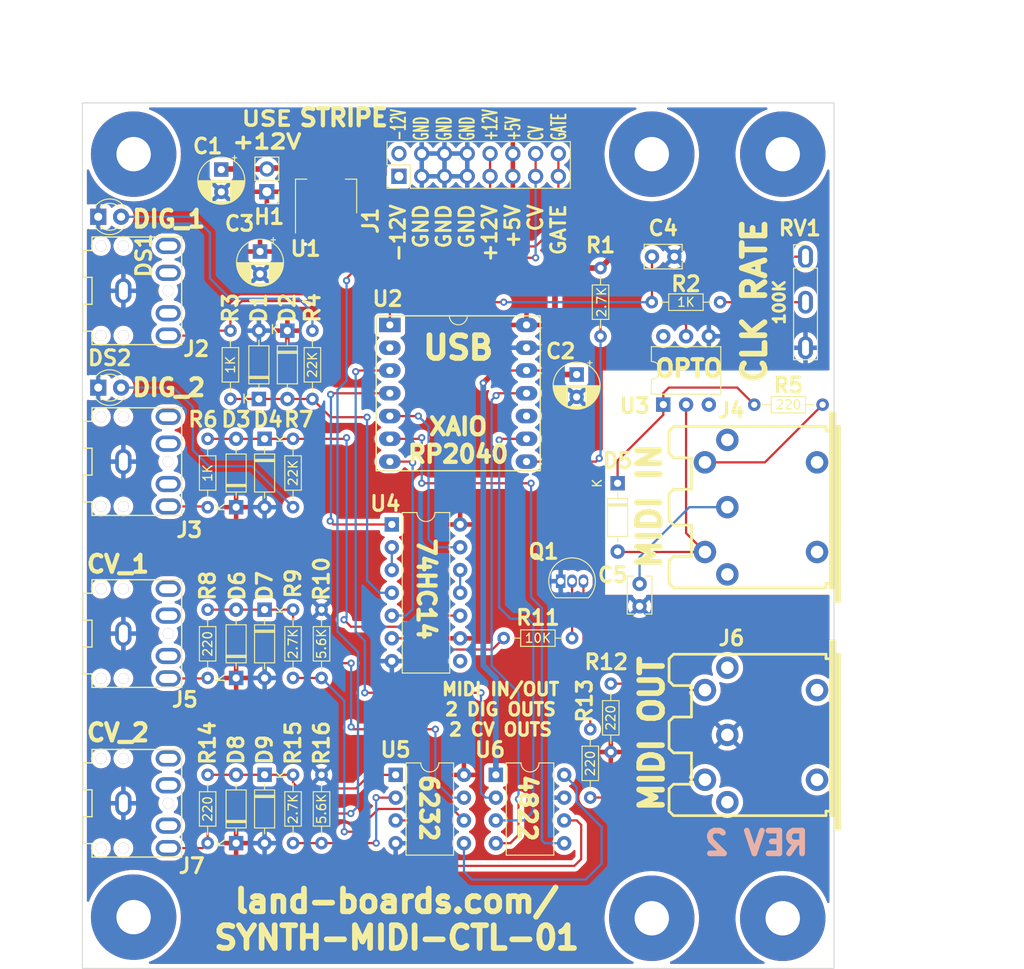
<source format=kicad_pcb>
(kicad_pcb (version 20211014) (generator pcbnew)
  (title_block (title "SYNTH MIDI COMTROLLER") (date "2022-10-11") (rev "2") (company "LAND BOARDS, LLC"))
  (layers (0 "F.Cu" signal) (31 "B.Cu" signal) (34 "B.Paste" user) (35 "F.Paste" user) (36 "B.SilkS" user "B.Silkscreen") (37 "F.SilkS" user "F.Silkscreen") (38 "B.Mask" user) (39 "F.Mask" user) (44 "Edge.Cuts" user))
  (net 0 "")
  (net 1 "Net-(D5-Pad1)")
  (net 2 "+3V3")
  (net 3 "+5V")
  (net 4 "/FREQ_POT")
  (net 6 "+12V")
  (net 7 "/GATE")
  (net 8 "Net-(C1-Pad1)")
  (net 13 "/RXD")
  (net 16 "/MIDI_IN")
  (net 17 "/CLK")
  (net 18 "Net-(D5-Pad2)")
  (net 19 "Net-(J6-Pad5)")
  (net 20 "Net-(Q1-Pad2)")
  (net 21 "Net-(Q1-Pad3)")
  (net 22 "Net-(DS1-Pad2)")
  (net 23 "Net-(J6-Pad4)")
  (net 24 "/GATE_I")
  (net 25 "/CLK_I")
  (net 26 "Net-(DS2-Pad2)")
  (net 28 "Net-(U5-Pad3)")
  (net 29 "Net-(R2-Pad1)")
  (net 30 "Net-(R10-Pad2)")
  (net 31 "Net-(R11-Pad2)")
  (net 33 "Net-(C5-Pad1)")
  (net 34 "/SPI_SS")
  (net 35 "/SPI_LDAC")
  (net 36 "/SPI_SCK")
  (net 39 "Net-(R15-Pad1)")
  (net 40 "Net-(D6-Pad2)")
  (net 41 "Net-(D8-Pad2)")
  (net 43 "Net-(U5-Pad5)")
  (net 46 "/SPI_MOSI")
  (net 48 "GND")
  (net 49 "/TXD")
  (net 50 "/DIG1")
  (net 51 "/DIG2")
  (net 52 "/CV1")
  (net 53 "/CV2")
  (net 54 "Net-(U4-Pad2)")
  (net 55 "Net-(U4-Pad11)")
  (footprint "Capacitor_THT:CP_Radial_D5.0mm_P2.50mm" (layer "F.Cu") (at 106.172 39.434888 -90)
    (fp_text reference "C3")
    (fp_text value "47uF")
  )
  (footprint "Diode_THT:D_DO-35_SOD27_P7.62mm_Horizontal" (layer "F.Cu") (at 106.68 60.325 -90)
    (fp_text reference "D4")
    (fp_text value "BAT41")
  )
  (footprint "Capacitor_THT:CP_Radial_D5.0mm_P2.50mm" (layer "F.Cu") (at 141.478 53.150888 -90)
    (fp_text reference "C2")
    (fp_text value "47uF")
  )
  (footprint "Diode_THT:D_DO-35_SOD27_P7.62mm_Horizontal" (layer "F.Cu") (at 106.68 97.79 -90)
    (fp_text reference "D9")
    (fp_text value "BAT41")
  )
  (footprint "LandBoards_MountHoles:MTG-6-32" (layer "F.Cu") (at 92.075 113.665)
    (fp_text reference "MTG2" hide)
    (fp_text value "MountingHole" hide)
  )
  (footprint "LandBoards_Conns:Pot3" (layer "F.Cu") (at 167.005 40.01)
    (fp_text reference "RV1")
    (fp_text value "100K")
  )
  (footprint "LandBoards_MountHoles:MTG-6-32" (layer "F.Cu") (at 164.465 28.575)
    (fp_text reference "MTG3" hide)
    (fp_text value "MountingHole" hide)
  )
  (footprint "LandBoards_MountHoles:MTG-6-32" (layer "F.Cu") (at 146.558 114.173)
    (fp_text reference "MTG6" hide)
    (fp_text value "MountingHole" hide)
  )
  (footprint "Resistor_THT:R_Axial_DIN0204_L3.6mm_D1.6mm_P7.62mm_Horizontal" (layer "F.Cu") (at 100.33 79.375 -90)
    (fp_text reference "R8")
    (fp_text value "220")
  )
  (footprint "Resistor_THT:R_Axial_DIN0204_L3.6mm_D1.6mm_P7.62mm_Horizontal" (layer "F.Cu") (at 100.33 60.325 -90)
    (fp_text reference "R6")
    (fp_text value "1K")
  )
  (footprint "Resistor_THT:R_Axial_DIN0204_L3.6mm_D1.6mm_P7.62mm_Horizontal" (layer "F.Cu") (at 168.91 56.515 180)
    (fp_text reference "R5")
    (fp_text value "220")
  )
  (footprint "Resistor_THT:R_Axial_DIN0204_L3.6mm_D1.6mm_P7.62mm_Horizontal" (layer "F.Cu") (at 109.855 105.41 90)
    (fp_text reference "R15")
    (fp_text value "2.7K")
  )
  (footprint "LandBoards_Conns:Jack_3.5mm_CUI_SJ1-3523N_Horizontal" (layer "F.Cu") (at 90.932 62.865 90)
    (fp_text reference "J3")
    (fp_text value "AudioJack3" hide)
  )
  (footprint "Package_DIP:DIP-6_W7.62mm" (layer "F.Cu") (at 151.145 56.505 90)
    (fp_text reference "U3")
    (fp_text value "CNY17-4X006")
  )
  (footprint "LandBoards_Conns:Jack_3.5mm_CUI_SJ1-3523N_Horizontal" (layer "F.Cu") (at 90.932 82.042 90)
    (fp_text reference "J5")
    (fp_text value "AudioJack3" hide)
  )
  (footprint "Diode_THT:D_DO-35_SOD27_P7.62mm_Horizontal" (layer "F.Cu") (at 103.505 86.995 90)
    (fp_text reference "D6")
    (fp_text value "BAT41")
  )
  (footprint "Package_DIP:DIP-8_W7.62mm" (layer "F.Cu") (at 132.471 97.8)
    (fp_text reference "U6")
    (fp_text value "MCP4822-E/P")
  )
  (footprint "Resistor_THT:R_Axial_DIN0204_L3.6mm_D1.6mm_P7.62mm_Horizontal" (layer "F.Cu") (at 109.855 86.995 90)
    (fp_text reference "R9")
    (fp_text value "2.7K")
  )
  (footprint "Diode_THT:D_DO-35_SOD27_P7.62mm_Horizontal" (layer "F.Cu") (at 146.05 65.278 -90)
    (fp_text reference "D5")
    (fp_text value "1N914")
  )
  (footprint "Resistor_THT:R_Axial_DIN0204_L3.6mm_D1.6mm_P7.62mm_Horizontal" (layer "F.Cu") (at 100.33 97.79 -90)
    (fp_text reference "R14")
    (fp_text value "220")
  )
  (footprint "Diode_THT:D_DO-35_SOD27_P7.62mm_Horizontal" (layer "F.Cu") (at 103.505 105.41 90)
    (fp_text reference "D8")
    (fp_text value "BAT41")
  )
  (footprint "Diode_THT:D_DO-35_SOD27_P7.62mm_Horizontal" (layer "F.Cu") (at 103.505 67.945 90)
    (fp_text reference "D3")
    (fp_text value "BAT41")
  )
  (footprint "Diode_THT:D_DO-35_SOD27_P7.62mm_Horizontal" (layer "F.Cu") (at 106.045 55.88 90)
    (fp_text reference "D1")
    (fp_text value "BAT41")
  )
  (footprint "Package_DIP:DIP-8_W7.62mm" (layer "F.Cu") (at 121.295 97.8)
    (fp_text reference "U5")
    (fp_text value "MCP6232")
  )
  (footprint "LandBoards_Conns:MIDI_DIN-5" (layer "F.Cu") (at 161.29 93.345 90)
    (fp_text reference "J6")
    (fp_text value "DIN-5" hide)
  )
  (footprint "Resistor_THT:R_Axial_DIN0204_L3.6mm_D1.6mm_P7.62mm_Horizontal" (layer "F.Cu") (at 113.03 79.375 -90)
    (fp_text reference "R10")
    (fp_text value "5.6K")
  )
  (footprint "Resistor_THT:R_Axial_DIN0204_L3.6mm_D1.6mm_P7.62mm_Horizontal" (layer "F.Cu") (at 102.87 55.88 90)
    (fp_text reference "R3")
    (fp_text value "1K")
  )
  (footprint "LandBoards_MountHoles:MTG-6-32" (layer "F.Cu") (at 147.574 28.194)
    (fp_text reference "MTG5" hide)
    (fp_text value "MountingHole" hide)
  )
  (footprint "Diode_THT:D_DO-35_SOD27_P7.62mm_Horizontal" (layer "F.Cu") (at 106.68 79.375 -90)
    (fp_text reference "D7")
    (fp_text value "BAT41")
  )
  (footprint "Connector_PinHeader_2.54mm:PinHeader_2x08_P2.54mm_Vertical" (layer "F.Cu") (at 121.666 31.05 90)
    (fp_text reference "J1")
    (fp_text value "HEADER, SHRD, 2X8")
  )
  (footprint "Resistor_THT:R_Axial_DIN0204_L3.6mm_D1.6mm_P7.62mm_Horizontal" (layer "F.Cu") (at 143.002 92.71 -90)
    (fp_text reference "R13")
    (fp_text value "220")
  )
  (footprint "Resistor_THT:R_Axial_DIN0204_L3.6mm_D1.6mm_P7.62mm_Horizontal" (layer "F.Cu") (at 157.48 45.085 180)
    (fp_text reference "R2")
    (fp_text value "1K")
  )
  (footprint "Package_TO_SOT_THT:TO-92_Inline" (layer "F.Cu") (at 139.7 76.2)
    (fp_text reference "Q1")
    (fp_text value "2N3904")
  )
  (footprint "LandBoards_BoardOutlines:QT_Py" (layer "F.Cu") (at 120.65 47.625)
    (fp_text reference "U2")
    (fp_text value "XIAO_RP2040")
  )
  (footprint "Diode_THT:D_DO-35_SOD27_P7.62mm_Horizontal" (layer "F.Cu") (at 109.22 48.26 -90)
    (fp_text reference "D2")
    (fp_text value "BAT41")
  )
  (footprint "Connector_PinHeader_2.54mm:PinHeader_1x02_P2.54mm_Vertical" (layer "F.Cu") (at 106.934 32.771 180)
    (fp_text reference "H1")
    (fp_text value "HEADER, 1x2")
  )
  (footprint "LandBoards_MountHoles:MTG-6-32" (layer "F.Cu") (at 164.465 113.665)
    (fp_text reference "MTG4" hide)
    (fp_text value "MountingHole" hide)
  )
  (footprint "LandBoards_MountHoles:MTG-6-32" (layer "F.Cu") (at 92.075 28.575)
    (fp_text reference "MTG1" hide)
    (fp_text value "MountingHole" hide)
  )
  (footprint "Resistor_THT:R_Axial_DIN0204_L3.6mm_D1.6mm_P7.62mm_Horizontal" (layer "F.Cu") (at 113.03 97.79 -90)
    (fp_text reference "R16")
    (fp_text value "5.6K")
  )
  (footprint "Resistor_THT:R_Axial_DIN0204_L3.6mm_D1.6mm_P7.62mm_Horizontal" (layer "F.Cu") (at 144.145 48.895 90)
    (fp_text reference "R1")
    (fp_text value "2.7K")
  )
  (footprint "Resistor_THT:R_Axial_DIN0204_L3.6mm_D1.6mm_P7.62mm_Horizontal" (layer "F.Cu") (at 112.014 48.26 -90)
    (fp_text reference "R4")
    (fp_text value "22K")
  )
  (footprint "Resistor_THT:R_Axial_DIN0204_L3.6mm_D1.6mm_P7.62mm_Horizontal" (layer "F.Cu") (at 109.855 67.945 90)
    (fp_text reference "R7")
    (fp_text value "22K")
  )
  (footprint "Capacitor_THT:C_Rect_L4.0mm_W2.5mm_P2.50mm" (layer "F.Cu") (at 148.500008 76.499999 -90)
    (fp_text reference "C5")
    (fp_text value "0.1uF")
  )
  (footprint "LandBoards_Conns:MIDI_DIN-5" (layer "F.Cu") (at 161.29 67.945 90)
    (fp_text reference "J4")
    (fp_text value "DIN-5" hide)
  )
  (footprint "Resistor_THT:R_Axial_DIN0204_L3.6mm_D1.6mm_P7.62mm_Horizontal" (layer "F.Cu") (at 145.288 87.63 -90)
    (fp_text reference "R12")
    (fp_text value "220")
  )
  (footprint "LED_THT:LED_D3.0mm" (layer "F.Cu") (at 88.133 35.56)
    (fp_text reference "DS1")
    (fp_text value "LED, 3mm")
  )
  (footprint "LandBoards_Conns:Jack_3.5mm_CUI_SJ1-3523N_Horizontal" (layer "F.Cu") (at 90.932 43.815 90)
    (fp_text reference "J2")
    (fp_text value "AudioJack3" hide)
  )
  (footprint "Capacitor_THT:CP_Radial_D5.0mm_P2.50mm" (layer "F.Cu") (at 101.854 30.290888 -90)
    (fp_text reference "C1")
    (fp_text value "47uF")
  )
  (footprint "LandBoards_Conns:Jack_3.5mm_CUI_SJ1-3523N_Horizontal" (layer "F.Cu") (at 90.932 100.965 90)
    (fp_text reference "J7")
    (fp_text value "AudioJack3" hide)
  )
  (footprint "LED_THT:LED_D3.0mm" (layer "F.Cu") (at 88.133 54.61)
    (fp_text reference "DS2")
    (fp_text value "LED, 3mm")
  )
  (footprint "Package_DIP:DIP-14_W7.62mm" (layer "F.Cu") (at 120.87 69.875)
    (fp_text reference "U4")
    (fp_text value "74HC14")
  )
  (footprint "Resistor_THT:R_Axial_DIN0204_L3.6mm_D1.6mm_P7.62mm_Horizontal" (layer "F.Cu") (at 140.97 82.55 180)
    (fp_text reference "R11")
    (fp_text value "10K")
  )
  (footprint "Package_TO_SOT_SMD:SOT-223" (layer "F.Cu") (at 113.538 33.274 90)
    (fp_text reference "U1")
    (fp_text value "AZ1117H-5")
  )
  (footprint "Capacitor_THT:C_Rect_L4.0mm_W2.5mm_P2.50mm" (layer "F.Cu") (at 149.88 40.005)
    (fp_text reference "C4")
    (fp_text value "220pF")
  )
  (gr_rect (start 86.36 22.86) (end 170.18 119.38) (layer "Edge.Cuts") (width 0.1) (fill none))
  (gr_text "REV 2" (at 161.544 105.41) (layer "B.SilkS") (effects (font (size 2.54 2.54) (thickness 0.635)) (justify mirror)))
  (gr_text "XAIO\nRP2040" (at 128.27 60.5) (layer "F.SilkS") (effects (font (size 1.905 1.905) (thickness 0.47625))))
  (gr_text "STRIPE" (at 115.5 24.5) (layer "F.SilkS") (effects (font (size 1.905 1.905) (thickness 0.47625))))
  (gr_text "CV_1" (at 86.614 74.295) (layer "F.SilkS") (effects (font (size 1.8796 1.905) (thickness 0.4699)) (justify left)))
  (gr_text "6232" (at 125.000004 101.5 270) (layer "F.SilkS") (effects (font (size 1.905 1.905) (thickness 0.47625))))
  (gr_text "DIG_1" (at 91.694 35.814) (layer "F.SilkS") (effects (font (size 1.8796 1.905) (thickness 0.4699)) (justify left)))
  (gr_text "74HC14" (at 124.714 77.089 270) (layer "F.SilkS") (effects (font (size 1.905 1.905) (thickness 0.47625))))
  (gr_text "land-boards.com/\nSYNTH-MIDI-CTL-01" (at 121.412 113.919) (layer "F.SilkS") (effects (font (size 2.54 2.54) (thickness 0.635))))
  (gr_text "-12V\nGND\nGND\nGND\n+12V\n+5V\nCV\nGATE" (at 130.499993 34 90) (layer "F.SilkS") (effects (font (size 1.5875 1.5875) (thickness 0.3175)) (justify right)))
  (gr_text "-12V\nGND\nGND\nGND\n+12V\n+5V\nCV\nGATE" (at 130.556 27.18 90) (layer "F.SilkS") (effects (font (size 1.5875 0.8636) (thickness 0.2159)) (justify left)))
  (gr_text "MIDI OUT" (at 149.86 93.218 90) (layer "F.SilkS") (effects (font (size 2.54 2.54) (thickness 0.635))))
  (gr_text "CV_2" (at 86.614 93.091) (layer "F.SilkS") (effects (font (size 1.905 1.905) (thickness 0.47625)) (justify left)))
  (gr_text "USB" (at 128.27 50.165) (layer "F.SilkS") (effects (font (size 2.54 2.54) (thickness 0.635))))
  (gr_text "OPTO" (at 153.999997 52.499997) (layer "F.SilkS") (effects (font (size 1.905 1.905) (thickness 0.47625))))
  (gr_text "CLK RATE" (at 161.29 44.958 90) (layer "F.SilkS") (effects (font (size 2.54 2.54) (thickness 0.635))))
  (gr_text "MIDI IN/OUT\n2 DIG OUTS\n2 CV OUTS" (at 133 90.5) (layer "F.SilkS") (effects (font (size 1.397 1.397) (thickness 0.34925))))
  (gr_text "DIG_2" (at 91.694 54.61) (layer "F.SilkS") (effects (font (size 1.8796 1.905) (thickness 0.4699)) (justify left)))
  (gr_text "MIDI IN" (at 149.606 67.818 90) (layer "F.SilkS") (effects (font (size 2.54 2.54) (thickness 0.635))))
  (gr_text "4822" (at 136.000008 101.499987 270) (layer "F.SilkS") (effects (font (size 1.905 1.905) (thickness 0.47625))))
  (gr_text "USE\n+12V" (at 106.934 25.908) (layer "F.SilkS") (effects (font (size 1.5875 1.905) (thickness 0.381))))
  (segment (start 159.385 54.61) (end 151.765 54.61) (width 0.25) (layer "F.Cu") (net 1))
  (segment (start 151.145 56.505) (end 151.145 57.643) (width 0.25) (layer "F.Cu") (net 1))
  (segment (start 151.145 55.23) (end 151.145 56.505) (width 0.25) (layer "F.Cu") (net 1))
  (segment (start 151.145 57.643) (end 146.05 62.738) (width 0.25) (layer "F.Cu") (net 1))
  (segment (start 146.05 62.738) (end 146.05 65.278) (width 0.25) (layer "F.Cu") (net 1))
  (segment (start 151.765 54.61) (end 151.145 55.23) (width 0.25) (layer "F.Cu") (net 1))
  (segment (start 161.29 56.515) (end 159.385 54.61) (width 0.25) (layer "F.Cu") (net 1))
  (segment (start 139.065 43.18) (end 139.065 53.086) (width 0.635) (layer "F.Cu") (net 2))
  (segment (start 133.731 52.705) (end 135.89 52.705) (width 0.25) (layer "F.Cu") (net 2))
  (segment (start 160.274 36.83) (end 163.454 40.01) (width 0.635) (layer "F.Cu") (net 2))
  (segment (start 131.064 54.102) (end 132.461 52.705) (width 0.635) (layer "F.Cu") (net 2))
  (segment (start 138.240888 53.150888) (end 141.478 53.150888) (width 0.635) (layer "F.Cu") (net 2))
  (segment (start 135.89 52.705) (end 137.795 52.705) (width 0.25) (layer "F.Cu") (net 2))
  (segment (start 138.240888 53.150888) (end 137.795 52.705) (width 0.635) (layer "F.Cu") (net 2))
  (segment (start 148.59 36.83) (end 160.274 36.83) (width 0.635) (layer "F.Cu") (net 2))
  (segment (start 163.454 40.01) (end 167.005 40.01) (width 0.25) (layer "F.Cu") (net 2))
  (segment (start 140.97 41.275) (end 144.145 41.275) (width 0.635) (layer "F.Cu") (net 2))
  (segment (start 139.065 43.18) (end 140.97 41.275) (width 0.635) (layer "F.Cu") (net 2))
  (segment (start 144.145 41.275) (end 148.59 36.83) (width 0.635) (layer "F.Cu") (net 2))
  (segment (start 132.461 52.705) (end 133.731 52.705) (width 0.635) (layer "F.Cu") (net 2))
  (via (at 131.064 54.102) (size 0.8) (drill 0.4) (layers "F.Cu" "B.Cu") (net 2))
  (segment (start 131.064 54.102) (end 131.064 85.598) (width 0.635) (layer "B.Cu") (net 2))
  (segment (start 132.471 87.005) (end 131.064 85.598) (width 0.635) (layer "B.Cu") (net 2))
  (segment (start 132.471 87.005) (end 132.471 97.8) (width 0.635) (layer "B.Cu") (net 2))
  (segment (start 120.65 45.72) (end 120.65 47.625) (width 0.25) (layer "F.Cu") (net 4))
  (segment (start 121.285 45.085) (end 120.65 45.72) (width 0.25) (layer "F.Cu") (net 4))
  (segment (start 133.35 45.085) (end 121.285 45.085) (width 0.25) (layer "F.Cu") (net 4))
  (segment (start 149.88 40.005) (end 149.88 45.065) (width 0.25) (layer "F.Cu") (net 4))
  (via (at 133.35 45.085) (size 0.8) (drill 0.4) (layers "F.Cu" "B.Cu") (net 4))
  (segment (start 149.86 45.085) (end 133.35 45.085) (width 0.25) (layer "B.Cu") (net 4))
  (segment (start 115.838 36.424) (end 128.93 36.424) (width 0.635) (layer "F.Cu") (net 6))
  (segment (start 128.93 36.424) (end 131.826 33.528) (width 0.635) (layer "F.Cu") (net 6))
  (segment (start 131.826 33.528) (end 131.826 31.05) (width 0.254) (layer "F.Cu") (net 6))
  (segment (start 131.826 31.05) (end 131.826 28.51) (width 0.254) (layer "F.Cu") (net 6))
  (segment (start 114.046 55.372) (end 114.173 55.245) (width 0.25) (layer "F.Cu") (net 7))
  (segment (start 114.173 55.245) (end 120.65 55.245) (width 0.25) (layer "F.Cu") (net 7))
  (segment (start 114.375 69.875) (end 114 69.5) (width 0.25) (layer "F.Cu") (net 7))
  (segment (start 120.87 69.875) (end 114.375 69.875) (width 0.25) (layer "F.Cu") (net 7))
  (via (at 114.046 55.372) (size 0.8) (drill 0.4) (layers "F.Cu" "B.Cu") (net 7))
  (via (at 114 69.5) (size 0.8) (drill 0.4) (layers "F.Cu" "B.Cu") (net 7))
  (segment (start 114.0815 55.4075) (end 114.0815 69.4185) (width 0.25) (layer "B.Cu") (net 7))
  (segment (start 114.0815 69.4185) (end 114 69.5) (width 0.25) (layer "B.Cu") (net 7))
  (segment (start 114.0815 55.4075) (end 114.046 55.372) (width 0.25) (layer "B.Cu") (net 7))
  (segment (start 106.934 30.231) (end 101.913888 30.231) (width 0.635) (layer "F.Cu") (net 8))
  (segment (start 113.538 36.424) (end 113.538 30.124) (width 0.635) (layer "F.Cu") (net 8))
  (segment (start 113.538 30.124) (end 107.041 30.124) (width 0.635) (layer "F.Cu") (net 8))
  (segment (start 153.685 47.64) (end 153.035 46.99) (width 0.25) (layer "F.Cu") (net 13))
  (segment (start 144 62.5) (end 143.635 62.865) (width 0.25) (layer "F.Cu") (net 13))
  (segment (start 144.78 46.99) (end 144.145 47.625) (width 0.25) (layer "F.Cu") (net 13))
  (segment (start 135.89 62.865) (end 143.635 62.865) (width 0.25) (layer "F.Cu") (net 13))
  (segment (start 153.035 46.99) (end 144.78 46.99) (width 0.25) (layer "F.Cu") (net 13))
  (segment (start 153.685 48.885) (end 153.685 47.64) (width 0.25) (layer "F.Cu") (net 13))
  (segment (start 144.145 47.625) (end 144.145 48.895) (width 0.25) (layer "F.Cu") (net 13))
  (via (at 144 62.5) (size 0.8) (drill 0.4) (layers "F.Cu" "B.Cu") (net 13))
  (segment (start 144.145 62.355) (end 144 62.5) (width 0.25) (layer "B.Cu") (net 13))
  (segment (start 144.145 48.895) (end 144.145 62.355) (width 0.25) (layer "B.Cu") (net 13))
  (segment (start 155.79 62.945) (end 162.48 62.945) (width 0.25) (layer "F.Cu") (net 16))
  (segment (start 162.48 62.945) (end 168.91 56.515) (width 0.25) (layer "F.Cu") (net 16))
  (segment (start 120.65 57.785) (end 123.825 57.785) (width 0.25) (layer "F.Cu") (net 17))
  (via (at 123.825 57.785) (size 0.8) (drill 0.4) (layers "F.Cu" "B.Cu") (net 17))
  (segment (start 128.49 72.415) (end 125.851 72.415) (width 0.25) (layer "B.Cu") (net 17))
  (segment (start 125.851 72.415) (end 124.968 71.532) (width 0.25) (layer "B.Cu") (net 17))
  (segment (start 124.968 58.928) (end 124.968 71.532) (width 0.25) (layer "B.Cu") (net 17))
  (segment (start 123.825 57.785) (end 124.968 58.928) (width 0.25) (layer "B.Cu") (net 17))
  (segment (start 153.685 70.84) (end 155.79 72.945) (width 0.25) (layer "F.Cu") (net 18))
  (segment (start 153.685 56.505) (end 153.685 70.84) (width 0.25) (layer "F.Cu") (net 18))
  (segment (start 155.79 72.945) (end 146.097 72.945) (width 0.25) (layer "F.Cu") (net 18))
  (segment (start 150.575 98.345) (end 148.59 100.33) (width 0.25) (layer "F.Cu") (net 19))
  (segment (start 155.79 98.345) (end 150.575 98.345) (width 0.25) (layer "F.Cu") (net 19))
  (segment (start 143.002 100.33) (end 148.59 100.33) (width 0.25) (layer "F.Cu") (net 19))
  (segment (start 140.97 82.55) (end 140.97 76.2) (width 0.25) (layer "F.Cu") (net 20))
  (segment (start 143.002 90.932) (end 142.24 90.17) (width 0.25) (layer "F.Cu") (net 21))
  (segment (start 142.24 76.2) (end 142.24 90.17) (width 0.25) (layer "F.Cu") (net 21))
  (segment (start 143.002 92.71) (end 143.002 90.932) (width 0.25) (layer "F.Cu") (net 21))
  (segment (start 100.584 37.338) (end 98.806 35.56) (width 0.25) (layer "B.Cu") (net 22))
  (segment (start 102.87 44.704) (end 100.584 42.418) (width 0.25) (layer "B.Cu") (net 22))
  (segment (start 102.87 44.704) (end 110.49 44.704) (width 0.25) (layer "B.Cu") (net 22))
  (segment (start 112.014 48.26) (end 112.014 46.228) (width 0.25) (layer "B.Cu") (net 22))
  (segment (start 98.806 35.56) (end 90.673 35.56) (width 0.25) (layer "B.Cu") (net 22))
  (segment (start 112.014 46.228) (end 110.49 44.704) (width 0.25) (layer "B.Cu") (net 22))
  (segment (start 100.584 42.418) (end 100.584 37.338) (width 0.25) (layer "B.Cu") (net 22))
  (segment (start 144.78 87.63) (end 148.684 87.63) (width 0.25) (layer "F.Cu") (net 23))
  (segment (start 155.79 88.345) (end 149.399 88.345) (width 0.25) (layer "F.Cu") (net 23))
  (segment (start 148.684 87.63) (end 149.399 88.345) (width 0.25) (layer "F.Cu") (net 23))
  (segment (start 114.046 57.912) (end 112.014 55.88) (width 0.25) (layer "F.Cu") (net 24))
  (segment (start 106.045 55.88) (end 109.22 55.88) (width 0.25) (layer "F.Cu") (net 24))
  (segment (start 102.87 55.88) (end 106.045 55.88) (width 0.25) (layer "F.Cu") (net 24))
  (segment (start 109.22 55.88) (end 112.014 55.88) (width 0.25) (layer "F.Cu") (net 24))
  (segment (start 118.11 57.912) (end 114.046 57.912) (width 0.25) (layer "F.Cu") (net 24))
  (via (at 118.11 57.912) (size 0.8) (drill 0.4) (layers "F.Cu" "B.Cu") (net 24))
  (segment (start 118.11 76.11) (end 119.495 77.495) (width 0.25) (layer "B.Cu") (net 24))
  (segment (start 119.495 77.495) (end 120.87 77.495) (width 0.25) (layer "B.Cu") (net 24))
  (segment (start 118.11 57.912) (end 118.11 76.11) (width 0.25) (layer "B.Cu") (net 24))
  (segment (start 103.505 60.325) (end 115.697 60.325) (width 0.25) (layer "F.Cu") (net 25))
  (segment (start 115.697 60.325) (end 115.824 60.198) (width 0.25) (layer "F.Cu") (net 25))
  (segment (start 100.33 60.325) (end 103.505 60.325) (width 0.25) (layer "F.Cu") (net 25))
  (segment (start 116.3145 81.28) (end 115.5345 80.5) (width 0.25) (layer "F.Cu") (net 25))
  (segment (start 123.063 81.28) (end 116.3145 81.28) (width 0.25) (layer "F.Cu") (net 25))
  (segment (start 128.49 80.035) (end 124.308 80.035) (width 0.25) (layer "F.Cu") (net 25))
  (segment (start 124.308 80.035) (end 123.063 81.28) (width 0.25) (layer "F.Cu") (net 25))
  (via (at 115.824 60.198) (size 0.8) (drill 0.4) (layers "F.Cu" "B.Cu") (net 25))
  (via (at 115.5345 80.5) (size 0.8) (drill 0.4) (layers "F.Cu" "B.Cu") (net 25))
  (segment (start 115.824 80.2105) (end 115.824 60.198) (width 0.25) (layer "B.Cu") (net 25))
  (segment (start 115.5345 80.5) (end 115.824 80.2105) (width 0.25) (layer "B.Cu") (net 25))
  (segment (start 98.679 61.595) (end 100.457 63.373) (width 0.25) (layer "B.Cu") (net 26))
  (segment (start 98.679 56.769) (end 98.679 61.595) (width 0.25) (layer "B.Cu") (net 26))
  (segment (start 100.457 63.373) (end 105.283 63.373) (width 0.25) (layer "B.Cu") (net 26))
  (segment (start 90.673 54.61) (end 96.52 54.61) (width 0.25) (layer "B.Cu") (net 26))
  (segment (start 105.283 63.373) (end 109.855 67.945) (width 0.25) (layer "B.Cu") (net 26))
  (segment (start 96.52 54.61) (end 98.679 56.769) (width 0.25) (layer "B.Cu") (net 26))
  (segment (start 124.714 107.95) (end 141.224 107.95) (width 0.25) (layer "F.Cu") (net 28))
  (segment (start 141.986 103.378) (end 141.986 107.188) (width 0.25) (layer "F.Cu") (net 28))
  (segment (start 141.488 102.88) (end 141.986 103.378) (width 0.25) (layer "F.Cu") (net 28))
  (segment (start 123.698 106.934) (end 124.714 107.95) (width 0.25) (layer "F.Cu") (net 28))
  (segment (start 121.295 102.88) (end 122.946 102.88) (width 0.25) (layer "F.Cu") (net 28))
  (segment (start 140.091 102.88) (end 141.488 102.88) (width 0.25) (layer "F.Cu") (net 28))
  (segment (start 141.986 107.188) (end 141.224 107.95) (width 0.25) (layer "F.Cu") (net 28))
  (segment (start 123.698 103.632) (end 123.698 106.934) (width 0.25) (layer "F.Cu") (net 28))
  (segment (start 122.946 102.88) (end 123.698 103.632) (width 0.25) (layer "F.Cu") (net 28))
  (segment (start 157.48 45.085) (end 167 45.085) (width 0.25) (layer "F.Cu") (net 29))
  (segment (start 127.635 101.6) (end 119.38 101.6) (width 0.25) (layer "F.Cu") (net 30))
  (segment (start 109.855 86.995) (end 113.03 86.995) (width 0.25) (layer "F.Cu") (net 30))
  (segment (start 116.84 104.14) (end 115.57 104.14) (width 0.25) (layer "F.Cu") (net 30))
  (segment (start 128.915 102.88) (end 127.635 101.6) (width 0.25) (layer "F.Cu") (net 30))
  (segment (start 119.38 101.6) (end 116.84 104.14) (width 0.25) (layer "F.Cu") (net 30))
  (via (at 115.57 104.14) (size 0.8) (drill 0.4) (layers "F.Cu" "B.Cu") (net 30))
  (segment (start 115.57 89.535) (end 113.03 86.995) (width 0.25) (layer "B.Cu") (net 30))
  (segment (start 115.57 104.14) (end 115.57 89.535) (width 0.25) (layer "B.Cu") (net 30))
  (segment (start 132.08 83.82) (end 133.35 82.55) (width 0.25) (layer "F.Cu") (net 31))
  (segment (start 122.326 82.575) (end 123.571 83.82) (width 0.25) (layer "F.Cu") (net 31))
  (segment (start 120.87 82.575) (end 122.326 82.575) (width 0.25) (layer "F.Cu") (net 31))
  (segment (start 123.571 83.82) (end 132.08 83.82) (width 0.25) (layer "F.Cu") (net 31))
  (segment (start 148.5 73.5) (end 154.055 67.945) (width 0.25) (layer "B.Cu") (net 33))
  (segment (start 154.055 67.945) (end 158.29 67.945) (width 0.25) (layer "B.Cu") (net 33))
  (segment (start 148.5 76.5) (end 148.5 73.5) (width 0.25) (layer "B.Cu") (net 33))
  (segment (start 120.65 52.705) (end 116.967 52.705) (width 0.25) (layer "F.Cu") (net 34))
  (segment (start 116.967 52.705) (end 116.84 52.832) (width 0.25) (layer "F.Cu") (net 34))
  (segment (start 130.81 88.646) (end 117.856 88.646) (width 0.25) (layer "F.Cu") (net 34))
  (via (at 117.856 88.646) (size 0.8) (drill 0.4) (layers "F.Cu" "B.Cu") (net 34))
  (via (at 116.84 52.832) (size 0.8) (drill 0.4) (layers "F.Cu" "B.Cu") (net 34))
  (via (at 130.81 88.646) (size 0.8) (drill 0.4) (layers "F.Cu" "B.Cu") (net 34))
  (segment (start 116.84 52.832) (end 116.84 81.84) (width 0.25) (layer "B.Cu") (net 34))
  (segment (start 117.856 82.856) (end 117.856 88.646) (width 0.25) (layer "B.Cu") (net 34))
  (segment (start 116.84 81.84) (end 117.856 82.856) (width 0.25) (layer "B.Cu") (net 34))
  (segment (start 131.328 100.34) (end 132.471 100.34) (width 0.25) (layer "B.Cu") (net 34))
  (segment (start 130.81 99.822) (end 131.328 100.34) (width 0.25) (layer "B.Cu") (net 34))
  (segment (start 130.81 99.822) (end 130.81 88.646) (width 0.25) (layer "B.Cu") (net 34))
  (segment (start 124.079 60.325) (end 124.206 60.198) (width 0.25) (layer "F.Cu") (net 35))
  (segment (start 120.65 60.325) (end 124.079 60.325) (width 0.25) (layer "F.Cu") (net 35))
  (segment (start 124.206 65.278) (end 136.398 65.278) (width 0.25) (layer "F.Cu") (net 35))
  (via (at 124.206 60.198) (size 0.8) (drill 0.4) (layers "F.Cu" "B.Cu") (net 35))
  (via (at 136.398 65.278) (size 0.8) (drill 0.4) (layers "F.Cu" "B.Cu") (net 35))
  (via (at 124.206 65.278) (size 0.8) (drill 0.4) (layers "F.Cu" "B.Cu") (net 35))
  (segment (start 136.398 77.978) (end 137.60952 79.18952) (width 0.25) (layer "B.Cu") (net 35))
  (segment (start 136.398 65.278) (end 136.398 77.978) (width 0.25) (layer "B.Cu") (net 35))
  (segment (start 137.60952 105.09752) (end 137.60952 79.18952) (width 0.25) (layer "B.Cu") (net 35))
  (segment (start 140.091 105.42) (end 137.932 105.42) (width 0.25) (layer "B.Cu") (net 35))
  (segment (start 137.932 105.42) (end 137.60952 105.09752) (width 0.25) (layer "B.Cu") (net 35))
  (segment (start 124.206 60.198) (end 124.206 65.278) (width 0.25) (layer "B.Cu") (net 35))
  (segment (start 132.969 60.325) (end 135.89 60.325) (width 0.25) (layer "F.Cu") (net 36))
  (segment (start 132.842 60.452) (end 132.969 60.325) (width 0.25) (layer "F.Cu") (net 36))
  (via (at 132.842 60.452) (size 0.8) (drill 0.4) (layers "F.Cu" "B.Cu") (net 36))
  (segment (start 132.842 60.452) (end 132.842 79.121) (width 0.25) (layer "B.Cu") (net 36))
  (segment (start 136.017 80.391) (end 136.651989 81.025989) (width 0.25) (layer "B.Cu") (net 36))
  (segment (start 134.112 80.391) (end 136.017 80.391) (width 0.25) (layer "B.Cu") (net 36))
  (segment (start 136.651989 101.854011) (end 135.626 102.88) (width 0.25) (layer "B.Cu") (net 36))
  (segment (start 135.626 102.88) (end 132.471 102.88) (width 0.25) (layer "B.Cu") (net 36))
  (segment (start 132.842 79.121) (end 134.112 80.391) (width 0.25) (layer "B.Cu") (net 36))
  (segment (start 136.651989 81.025989) (end 136.651989 101.854011) (width 0.25) (layer "B.Cu") (net 36))
  (segment (start 121.295 100.34) (end 119.116 100.34) (width 0.25) (layer "F.Cu") (net 39))
  (segment (start 109.855 105.41) (end 113.03 105.41) (width 0.25) (layer "F.Cu") (net 39))
  (segment (start 113.03 105.41) (end 119.126 105.41) (width 0.25) (layer "F.Cu") (net 39))
  (via (at 119.126 105.41) (size 0.8) (drill 0.4) (layers "F.Cu" "B.Cu") (net 39))
  (via (at 119.116 100.34) (size 0.8) (drill 0.4) (layers "F.Cu" "B.Cu") (net 39))
  (segment (start 119.126 105.41) (end 119.126 100.35) (width 0.25) (layer "B.Cu") (net 39))
  (segment (start 119.126 100.35) (end 119.116 100.34) (width 0.25) (layer "B.Cu") (net 39))
  (segment (start 109.855 79.375) (end 109.855 80.899) (width 0.25) (layer "F.Cu") (net 40))
  (segment (start 125.73 92.71) (end 116.586 92.71) (width 0.25) (layer "F.Cu") (net 40))
  (segment (start 116.586 92.71) (end 116.332 92.456) (width 0.25) (layer "F.Cu") (net 40))
  (segment (start 100.33 79.375) (end 103.505 79.375) (width 0.25) (layer "F.Cu") (net 40))
  (segment (start 109.855 80.899) (end 114.3 85.344) (width 0.25) (layer "F.Cu") (net 40))
  (segment (start 103.505 79.375) (end 106.68 79.375) (width 0.25) (layer "F.Cu") (net 40))
  (segment (start 116.332 85.344) (end 114.3 85.344) (width 0.25) (layer "F.Cu") (net 40))
  (segment (start 106.68 79.375) (end 109.855 79.375) (width 0.25) (layer "F.Cu") (net 40))
  (via (at 125.73 92.71) (size 0.8) (drill 0.4) (layers "F.Cu" "B.Cu") (net 40))
  (via (at 116.332 92.456) (size 0.8) (drill 0.4) (layers "F.Cu" "B.Cu") (net 40))
  (via (at 116.332 85.344) (size 0.8) (drill 0.4) (layers "F.Cu" "B.Cu") (net 40))
  (segment (start 116.332 85.344) (end 116.332 92.456) (width 0.25) (layer "B.Cu") (net 40))
  (segment (start 127.518 100.34) (end 125.73 98.552) (width 0.25) (layer "B.Cu") (net 40))
  (segment (start 128.915 100.34) (end 127.518 100.34) (width 0.25) (layer "B.Cu") (net 40))
  (segment (start 125.73 98.552) (end 125.73 92.71) (width 0.25) (layer "B.Cu") (net 40))
  (segment (start 106.68 97.79) (end 109.855 97.79) (width 0.25) (layer "F.Cu") (net 41))
  (segment (start 118.374 97.8) (end 121.295 97.8) (width 0.25) (layer "F.Cu") (net 41))
  (segment (start 110.49 99.314) (end 116.86 99.314) (width 0.25) (layer "F.Cu") (net 41))
  (segment (start 103.505 97.79) (end 106.68 97.79) (width 0.25) (layer "F.Cu") (net 41))
  (segment (start 116.86 99.314) (end 118.374 97.8) (width 0.25) (layer "F.Cu") (net 41))
  (segment (start 109.855 97.79) (end 109.855 98.679) (width 0.25) (layer "F.Cu") (net 41))
  (segment (start 100.33 97.79) (end 103.505 97.79) (width 0.25) (layer "F.Cu") (net 41))
  (segment (start 109.855 98.679) (end 110.49 99.314) (width 0.25) (layer "F.Cu") (net 41))
  (segment (start 141.478 99.187) (end 141.478 100.838) (width 0.25) (layer "B.Cu") (net 43))
  (segment (start 129.794 109.474) (end 128.915 108.595) (width 0.25) (layer "B.Cu") (net 43))
  (segment (start 144.272 107.696) (end 142.494 109.474) (width 0.25) (layer "B.Cu") (net 43))
  (segment (start 144.272 103.632) (end 144.272 107.696) (width 0.25) (layer "B.Cu") (net 43))
  (segment (start 140.091 97.8) (end 141.478 99.187) (width 0.25) (layer "B.Cu") (net 43))
  (segment (start 141.478 100.838) (end 144.272 103.632) (width 0.25) (layer "B.Cu") (net 43))
  (segment (start 128.915 108.595) (end 128.915 105.42) (width 0.25) (layer "B.Cu") (net 43))
  (segment (start 142.494 109.474) (end 129.794 109.474) (width 0.25) (layer "B.Cu") (net 43))
  (segment (start 135 100.5) (end 135 104.5) (width 0.25) (layer "F.Cu") (net 46))
  (segment (start 132.5 55.5) (end 132.755 55.245) (width 0.25) (layer "F.Cu") (net 46))
  (segment (start 132.755 55.245) (end 135.89 55.245) (width 0.25) (layer "F.Cu") (net 46))
  (segment (start 135 104.5) (end 134.08 105.42) (width 0.25) (layer "F.Cu") (net 46))
  (segment (start 134.08 105.42) (end 132.471 105.42) (width 0.25) (layer "F.Cu") (net 46))
  (via (at 132.5 55.5) (size 0.8) (drill 0.4) (layers "F.Cu" "B.Cu") (net 46))
  (via (at 135 100.5) (size 0.8) (drill 0.4) (layers "F.Cu" "B.Cu") (net 46))
  (segment (start 132 85.626046) (end 135 88.626046) (width 0.25) (layer "B.Cu") (net 46))
  (segment (start 132 85.626046) (end 132 56) (width 0.25) (layer "B.Cu") (net 46))
  (segment (start 132 56) (end 132.5 55.5) (width 0.25) (layer "B.Cu") (net 46))
  (segment (start 135 88.626046) (end 135 100.5) (width 0.25) (layer "B.Cu") (net 46))
  (segment (start 111.238 38.622) (end 111.238 36.424) (width 0.254) (layer "F.Cu") (net 48))
  (via (at 111.238 38.622) (size 0.8) (drill 0.4) (layers "F.Cu" "B.Cu") (net 48))
  (segment (start 120.65 62.865) (end 123.063 62.865) (width 0.25) (layer "F.Cu") (net 49))
  (segment (start 123.19 62.992) (end 123.063 62.865) (width 0.25) (layer "F.Cu") (net 49))
  (via (at 123.19 62.992) (size 0.8) (drill 0.4) (layers "F.Cu" "B.Cu") (net 49))
  (segment (start 123.19 62.992) (end 123.19 79.31) (width 0.25) (layer "B.Cu") (net 49))
  (segment (start 123.19 79.31) (end 122.465 80.035) (width 0.25) (layer "B.Cu") (net 49))
  (segment (start 122.465 80.035) (end 120.87 80.035) (width 0.25) (layer "B.Cu") (net 49))
  (segment (start 117.602 38.862) (end 111.506 44.958) (width 0.25) (layer "F.Cu") (net 50))
  (segment (start 96.075 48.815) (end 99.267 48.815) (width 0.25) (layer "F.Cu") (net 50))
  (segment (start 102.87 46.228) (end 104.14 44.958) (width 0.25) (layer "F.Cu") (net 50))
  (segment (start 104.14 44.958) (end 111.506 44.958) (width 0.25) (layer "F.Cu") (net 50))
  (segment (start 139.446 28.51) (end 139.446 31.05) (width 0.254) (layer "F.Cu") (net 50))
  (segment (start 139.446 36.322) (end 139.446 31.05) (width 0.25) (layer "F.Cu") (net 50))
  (segment (start 136.906 38.862) (end 117.602 38.862) (width 0.25) (layer "F.Cu") (net 50))
  (segment (start 99.822 48.26) (end 102.87 48.26) (width 0.25) (layer "F.Cu") (net 50))
  (segment (start 136.906 38.862) (end 139.446 36.322) (width 0.25) (layer "F.Cu") (net 50))
  (segment (start 102.87 48.26) (end 102.87 46.228) (width 0.25) (layer "F.Cu") (net 50))
  (segment (start 99.267 48.815) (end 99.822 48.26) (width 0.25) (layer "F.Cu") (net 50))
  (segment (start 96.075 67.865) (end 100.25 67.865) (width 0.25) (layer "F.Cu") (net 51))
  (segment (start 95.932 87.042) (end 100.283 87.042) (width 0.25) (layer "F.Cu") (net 52))
  (segment (start 115.824 42.418) (end 115.824 42.672) (width 0.254) (layer "F.Cu") (net 53))
  (segment (start 99.775 105.965) (end 100.33 105.41) (width 0.25) (layer "F.Cu") (net 53))
  (segment (start 101.346 102.108) (end 100.33 103.124) (width 0.254) (layer "F.Cu") (net 53))
  (segment (start 136.906 28.51) (end 136.906 31.05) (width 0.254) (layer "F.Cu") (net 53))
  (segment (start 116.2945 102.108) (end 101.346 102.108) (width 0.254) (layer "F.Cu") (net 53))
  (segment (start 100.33 103.124) (end 100.33 105.41) (width 0.254) (layer "F.Cu") (net 53))
  (segment (start 95.932 105.965) (end 99.775 105.965) (width 0.25) (layer "F.Cu") (net 53))
  (segment (start 136.906 40.132) (end 118.11 40.132) (width 0.254) (layer "F.Cu") (net 53))
  (segment (start 118.11 40.132) (end 115.824 42.418) (width 0.254) (layer "F.Cu") (net 53))
  (via (at 116.2945 102.108) (size 0.8) (drill 0.4) (layers "F.Cu" "B.Cu") (net 53))
  (via (at 136.906 40.132) (size 0.8) (drill 0.4) (layers "F.Cu" "B.Cu") (net 53))
  (via (at 115.824 42.672) (size 0.8) (drill 0.4) (layers "F.Cu" "B.Cu") (net 53))
  (segment (start 136.906 31.05) (end 136.906 40.132) (width 0.254) (layer "B.Cu") (net 53))
  (segment (start 117.094 84.094) (end 117.094 101.3085) (width 0.254) (layer "B.Cu") (net 53))
  (segment (start 117.094 101.3085) (end 116.2945 102.108) (width 0.254) (layer "B.Cu") (net 53))
  (segment (start 115.824 42.672) (end 115.824 53.848) (width 0.254) (layer "B.Cu") (net 53))
  (segment (start 114.808 54.864) (end 114.808 81.808) (width 0.254) (layer "B.Cu") (net 53))
  (segment (start 115.824 53.848) (end 114.808 54.864) (width 0.254) (layer "B.Cu") (net 53))
  (segment (start 114.808 81.808) (end 117.094 84.094) (width 0.254) (layer "B.Cu") (net 53))
  (segment (start 120.87 74.955) (end 120.87 72.415) (width 0.25) (layer "B.Cu") (net 54))
  (segment (start 128.49 74.955) (end 128.49 77.495) (width 0.25) (layer "B.Cu") (net 55))
  (zone (net 3) (net_name "+5V") (layer "F.Cu") (connect_pads (clearance 0.508)) (min_thickness 0.254) (fill yes (thermal_gap 0.508) (thermal_bridge_width 0.508))
    (polygon (pts (xy 170.18 52.705) (xy 144.399 52.705) (xy 144.399 77.724) (xy 170.18 77.724) (xy 170.18 119.38) (xy 86.36 119.38) (xy 86.36 22.86) (xy 170.18 22.86)))
  )
  (zone (net 48) (net_name "GND") (layer "B.Cu") (connect_pads (clearance 0.508)) (min_thickness 0.254) (fill yes (thermal_gap 0.508) (thermal_bridge_width 0.508))
    (polygon (pts (xy 170.18 52.705) (xy 144.653 52.705) (xy 144.653 77.724) (xy 170.18 77.724) (xy 170.18 119.38) (xy 86.36 119.38) (xy 86.36 22.86) (xy 170.18 22.86)))
  )
)
</source>
